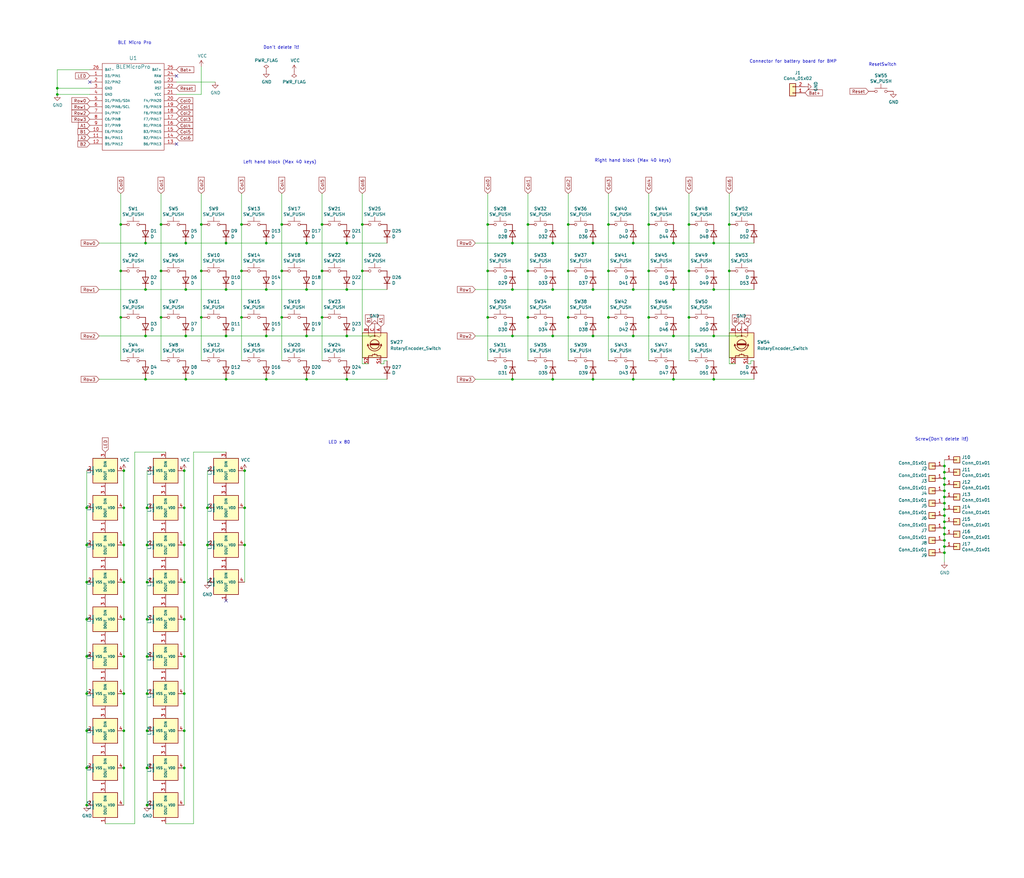
<source format=kicad_sch>
(kicad_sch (version 20211123) (generator eeschema)
  (paper "User" 419.989 360.045)
  (junction (at 82.55 111.125))
  (junction (at 387.35 211.455))
  (junction (at 35.56 254))
  (junction (at 66.04 130.175))
  (junction (at 292.735 137.795))
  (junction (at 50.8 193.04))
  (junction (at 60.325 284.48))
  (junction (at 35.56 269.24))
  (junction (at 23.495 36.195))
  (junction (at 60.325 223.52))
  (junction (at 216.535 111.125))
  (junction (at 66.04 92.075))
  (junction (at 76.2 155.575))
  (junction (at 292.735 99.695))
  (junction (at 132.08 130.175))
  (junction (at 75.565 299.72))
  (junction (at 142.24 99.695))
  (junction (at 125.73 137.795))
  (junction (at 387.35 226.695))
  (junction (at 292.735 118.745))
  (junction (at 35.56 223.52))
  (junction (at 50.8 314.96))
  (junction (at 109.22 137.795))
  (junction (at 299.085 111.125))
  (junction (at 60.325 330.2))
  (junction (at 125.73 99.695))
  (junction (at 35.56 299.72))
  (junction (at 266.065 130.175))
  (junction (at 249.555 111.125))
  (junction (at 292.735 155.575))
  (junction (at 259.715 118.745))
  (junction (at 23.495 38.735))
  (junction (at 50.8 284.48))
  (junction (at 387.35 216.535))
  (junction (at 210.185 137.795))
  (junction (at 387.35 219.075))
  (junction (at 243.205 99.695))
  (junction (at 59.69 99.695))
  (junction (at 387.35 224.155))
  (junction (at 276.225 137.795))
  (junction (at 99.06 130.175))
  (junction (at 132.08 111.125))
  (junction (at 276.225 155.575))
  (junction (at 92.71 118.745))
  (junction (at 148.59 111.125))
  (junction (at 216.535 92.075))
  (junction (at 299.085 92.075))
  (junction (at 142.24 155.575))
  (junction (at 76.2 118.745))
  (junction (at 226.695 155.575))
  (junction (at 233.045 92.075))
  (junction (at 99.06 92.075))
  (junction (at 233.045 111.125))
  (junction (at 387.35 206.375))
  (junction (at 100.33 193.04))
  (junction (at 60.325 254))
  (junction (at 387.35 203.835))
  (junction (at 387.35 221.615))
  (junction (at 387.35 191.135))
  (junction (at 387.35 213.995))
  (junction (at 109.22 99.695))
  (junction (at 282.575 92.075))
  (junction (at 387.35 196.215))
  (junction (at 109.22 155.575))
  (junction (at 249.555 92.075))
  (junction (at 387.35 198.755))
  (junction (at 243.205 118.745))
  (junction (at 35.56 238.76))
  (junction (at 85.09 208.28))
  (junction (at 266.065 92.075))
  (junction (at 276.225 118.745))
  (junction (at 75.565 284.48))
  (junction (at 200.025 130.175))
  (junction (at 50.8 223.52))
  (junction (at 50.8 208.28))
  (junction (at 75.565 193.04))
  (junction (at 59.69 155.575))
  (junction (at 282.575 111.125))
  (junction (at 125.73 118.745))
  (junction (at 259.715 137.795))
  (junction (at 266.065 111.125))
  (junction (at 109.22 118.745))
  (junction (at 50.8 238.76))
  (junction (at 200.025 111.125))
  (junction (at 233.045 130.175))
  (junction (at 387.35 208.915))
  (junction (at 243.205 137.795))
  (junction (at 66.04 111.125))
  (junction (at 259.715 155.575))
  (junction (at 100.33 208.28))
  (junction (at 226.695 137.795))
  (junction (at 60.325 269.24))
  (junction (at 50.8 269.24))
  (junction (at 282.575 130.175))
  (junction (at 249.555 130.175))
  (junction (at 210.185 155.575))
  (junction (at 35.56 284.48))
  (junction (at 59.69 137.795))
  (junction (at 115.57 92.075))
  (junction (at 75.565 223.52))
  (junction (at 49.53 111.125))
  (junction (at 76.2 137.795))
  (junction (at 210.185 118.745))
  (junction (at 387.35 193.675))
  (junction (at 115.57 130.175))
  (junction (at 75.565 208.28))
  (junction (at 226.695 99.695))
  (junction (at 75.565 314.96))
  (junction (at 99.06 111.125))
  (junction (at 50.8 254))
  (junction (at 49.53 92.075))
  (junction (at 35.56 330.2))
  (junction (at 100.33 223.52))
  (junction (at 92.71 99.695))
  (junction (at 276.225 99.695))
  (junction (at 82.55 130.175))
  (junction (at 200.025 92.075))
  (junction (at 82.55 92.075))
  (junction (at 125.73 155.575))
  (junction (at 35.56 208.28))
  (junction (at 387.35 201.295))
  (junction (at 142.24 137.795))
  (junction (at 92.71 137.795))
  (junction (at 243.205 155.575))
  (junction (at 115.57 111.125))
  (junction (at 75.565 238.76))
  (junction (at 259.715 99.695))
  (junction (at 76.2 99.695))
  (junction (at 75.565 254))
  (junction (at 210.185 99.695))
  (junction (at 148.59 92.075))
  (junction (at 35.56 314.96))
  (junction (at 60.325 314.96))
  (junction (at 226.695 118.745))
  (junction (at 92.71 155.575))
  (junction (at 59.69 118.745))
  (junction (at 60.325 299.72))
  (junction (at 142.24 118.745))
  (junction (at 75.565 269.24))
  (junction (at 60.325 238.76))
  (junction (at 216.535 130.175))
  (junction (at 132.08 92.075))
  (junction (at 50.8 299.72))
  (junction (at 49.53 130.175))
  (junction (at 60.325 208.28))
  (junction (at 85.09 223.52))
  (no_connect (at 72.39 59.055))
  (no_connect (at 92.71 246.38))
  (no_connect (at 72.39 31.115))
  (no_connect (at 36.83 33.655))
  (wire (pts (xy 82.55 92.075) (xy 82.55 111.125)))
  (wire (pts (xy 50.8 269.24) (xy 50.8 284.48)))
  (wire (pts (xy 125.73 99.695) (xy 142.24 99.695)))
  (wire (pts (xy 67.945 337.82) (xy 79.375 337.82)))
  (wire (pts (xy 243.205 99.695) (xy 259.715 99.695)))
  (wire (pts (xy 35.56 193.04) (xy 35.56 208.28)))
  (wire (pts (xy 82.55 38.735) (xy 82.55 27.305)))
  (wire (pts (xy 142.24 155.575) (xy 158.75 155.575)))
  (wire (pts (xy 59.69 99.695) (xy 76.2 99.695)))
  (wire (pts (xy 75.565 254) (xy 75.565 269.24)))
  (wire (pts (xy 200.025 130.175) (xy 200.025 147.955)))
  (wire (pts (xy 157.48 147.955) (xy 158.75 147.955)))
  (wire (pts (xy 60.325 208.28) (xy 60.325 223.52)))
  (wire (pts (xy 306.705 149.225) (xy 307.975 149.225)))
  (wire (pts (xy 35.56 254) (xy 35.56 269.24)))
  (wire (pts (xy 249.555 79.375) (xy 249.555 92.075)))
  (wire (pts (xy 55.245 185.42) (xy 67.945 185.42)))
  (wire (pts (xy 125.73 137.795) (xy 142.24 137.795)))
  (wire (pts (xy 79.375 185.42) (xy 92.71 185.42)))
  (wire (pts (xy 72.39 38.735) (xy 82.55 38.735)))
  (wire (pts (xy 233.045 130.175) (xy 233.045 147.955)))
  (wire (pts (xy 75.565 208.28) (xy 75.565 223.52)))
  (wire (pts (xy 387.35 213.995) (xy 387.35 216.535)))
  (wire (pts (xy 59.69 155.575) (xy 40.64 155.575)))
  (wire (pts (xy 194.945 155.575) (xy 210.185 155.575)))
  (wire (pts (xy 266.065 92.075) (xy 266.065 111.125)))
  (wire (pts (xy 82.55 111.125) (xy 82.55 130.175)))
  (wire (pts (xy 249.555 92.075) (xy 249.555 111.125)))
  (wire (pts (xy 243.205 118.745) (xy 259.715 118.745)))
  (wire (pts (xy 109.22 118.745) (xy 125.73 118.745)))
  (wire (pts (xy 387.35 216.535) (xy 387.35 219.075)))
  (wire (pts (xy 49.53 111.125) (xy 49.53 130.175)))
  (wire (pts (xy 282.575 79.375) (xy 282.575 92.075)))
  (wire (pts (xy 148.59 111.125) (xy 148.59 149.225)))
  (wire (pts (xy 387.35 206.375) (xy 387.35 208.915)))
  (wire (pts (xy 142.24 99.695) (xy 158.75 99.695)))
  (wire (pts (xy 226.695 155.575) (xy 243.205 155.575)))
  (wire (pts (xy 282.575 130.175) (xy 282.575 147.955)))
  (wire (pts (xy 243.205 137.795) (xy 259.715 137.795)))
  (wire (pts (xy 75.565 284.48) (xy 75.565 299.72)))
  (wire (pts (xy 36.83 36.195) (xy 23.495 36.195)))
  (wire (pts (xy 210.185 118.745) (xy 226.695 118.745)))
  (wire (pts (xy 210.185 137.795) (xy 226.695 137.795)))
  (wire (pts (xy 115.57 130.175) (xy 115.57 147.955)))
  (wire (pts (xy 66.04 111.125) (xy 66.04 130.175)))
  (wire (pts (xy 50.8 299.72) (xy 50.8 314.96)))
  (wire (pts (xy 75.565 193.04) (xy 75.565 208.28)))
  (wire (pts (xy 35.56 314.96) (xy 35.56 330.2)))
  (wire (pts (xy 194.945 137.795) (xy 210.185 137.795)))
  (wire (pts (xy 157.48 147.955) (xy 157.48 149.225)))
  (wire (pts (xy 109.22 99.695) (xy 125.73 99.695)))
  (wire (pts (xy 99.06 130.175) (xy 99.06 147.955)))
  (wire (pts (xy 59.69 137.795) (xy 76.2 137.795)))
  (wire (pts (xy 50.8 223.52) (xy 50.8 238.76)))
  (wire (pts (xy 82.55 130.175) (xy 82.55 147.955)))
  (wire (pts (xy 216.535 79.375) (xy 216.535 92.075)))
  (wire (pts (xy 85.09 208.28) (xy 85.09 223.52)))
  (wire (pts (xy 148.59 149.225) (xy 151.13 149.225)))
  (wire (pts (xy 216.535 92.075) (xy 216.535 111.125)))
  (wire (pts (xy 259.715 137.795) (xy 276.225 137.795)))
  (wire (pts (xy 142.24 118.745) (xy 158.75 118.745)))
  (wire (pts (xy 249.555 130.175) (xy 249.555 147.955)))
  (wire (pts (xy 210.185 99.695) (xy 226.695 99.695)))
  (wire (pts (xy 35.56 269.24) (xy 35.56 284.48)))
  (wire (pts (xy 23.495 36.195) (xy 23.495 38.735)))
  (wire (pts (xy 216.535 130.175) (xy 216.535 147.955)))
  (wire (pts (xy 60.325 314.96) (xy 60.325 330.2)))
  (wire (pts (xy 276.225 118.745) (xy 292.735 118.745)))
  (wire (pts (xy 92.71 155.575) (xy 109.22 155.575)))
  (wire (pts (xy 226.695 118.745) (xy 243.205 118.745)))
  (wire (pts (xy 100.33 193.04) (xy 100.33 208.28)))
  (wire (pts (xy 157.48 149.225) (xy 156.21 149.225)))
  (wire (pts (xy 23.495 28.575) (xy 23.495 36.195)))
  (wire (pts (xy 49.53 130.175) (xy 49.53 147.955)))
  (wire (pts (xy 60.325 299.72) (xy 60.325 314.96)))
  (wire (pts (xy 50.8 193.04) (xy 50.8 208.28)))
  (wire (pts (xy 36.83 28.575) (xy 23.495 28.575)))
  (wire (pts (xy 387.35 219.075) (xy 387.35 221.615)))
  (wire (pts (xy 60.325 284.48) (xy 60.325 299.72)))
  (wire (pts (xy 82.55 79.375) (xy 82.55 92.075)))
  (wire (pts (xy 66.04 92.075) (xy 66.04 111.125)))
  (wire (pts (xy 59.69 137.795) (xy 40.64 137.795)))
  (wire (pts (xy 387.35 226.695) (xy 387.35 230.505)))
  (wire (pts (xy 226.695 99.695) (xy 243.205 99.695)))
  (wire (pts (xy 276.225 137.795) (xy 292.735 137.795)))
  (wire (pts (xy 292.735 118.745) (xy 309.245 118.745)))
  (wire (pts (xy 148.59 79.375) (xy 148.59 92.075)))
  (wire (pts (xy 75.565 223.52) (xy 75.565 238.76)))
  (wire (pts (xy 35.56 223.52) (xy 35.56 238.76)))
  (wire (pts (xy 259.715 99.695) (xy 276.225 99.695)))
  (wire (pts (xy 200.025 79.375) (xy 200.025 92.075)))
  (wire (pts (xy 75.565 314.96) (xy 75.565 330.2)))
  (wire (pts (xy 49.53 79.375) (xy 49.53 92.075)))
  (wire (pts (xy 85.09 193.04) (xy 85.09 208.28)))
  (wire (pts (xy 282.575 111.125) (xy 282.575 130.175)))
  (wire (pts (xy 60.325 238.76) (xy 60.325 254)))
  (wire (pts (xy 200.025 111.125) (xy 200.025 130.175)))
  (wire (pts (xy 387.35 221.615) (xy 387.35 224.155)))
  (wire (pts (xy 243.205 155.575) (xy 259.715 155.575)))
  (wire (pts (xy 50.8 208.28) (xy 50.8 223.52)))
  (wire (pts (xy 35.56 299.72) (xy 35.56 314.96)))
  (wire (pts (xy 76.2 99.695) (xy 92.71 99.695)))
  (wire (pts (xy 55.245 337.82) (xy 55.245 185.42)))
  (wire (pts (xy 387.35 193.675) (xy 387.35 196.215)))
  (wire (pts (xy 76.2 155.575) (xy 92.71 155.575)))
  (wire (pts (xy 99.06 111.125) (xy 99.06 130.175)))
  (wire (pts (xy 299.085 79.375) (xy 299.085 92.075)))
  (wire (pts (xy 148.59 92.075) (xy 148.59 111.125)))
  (wire (pts (xy 292.735 99.695) (xy 309.245 99.695)))
  (wire (pts (xy 92.71 137.795) (xy 109.22 137.795)))
  (wire (pts (xy 115.57 111.125) (xy 115.57 130.175)))
  (wire (pts (xy 233.045 79.375) (xy 233.045 92.075)))
  (wire (pts (xy 132.08 92.075) (xy 132.08 111.125)))
  (wire (pts (xy 387.35 198.755) (xy 387.35 201.295)))
  (wire (pts (xy 387.35 201.295) (xy 387.35 203.835)))
  (wire (pts (xy 299.085 149.225) (xy 301.625 149.225)))
  (wire (pts (xy 299.085 111.125) (xy 299.085 149.225)))
  (wire (pts (xy 115.57 79.375) (xy 115.57 92.075)))
  (wire (pts (xy 387.35 224.155) (xy 387.35 226.695)))
  (wire (pts (xy 233.045 111.125) (xy 233.045 130.175)))
  (wire (pts (xy 266.065 130.175) (xy 266.065 147.955)))
  (wire (pts (xy 60.325 254) (xy 60.325 269.24)))
  (wire (pts (xy 50.8 238.76) (xy 50.8 254)))
  (wire (pts (xy 307.975 149.225) (xy 307.975 147.955)))
  (wire (pts (xy 299.085 92.075) (xy 299.085 111.125)))
  (wire (pts (xy 109.22 137.795) (xy 125.73 137.795)))
  (wire (pts (xy 85.09 223.52) (xy 85.09 238.76)))
  (wire (pts (xy 115.57 92.075) (xy 115.57 111.125)))
  (wire (pts (xy 88.265 33.655) (xy 72.39 33.655)))
  (wire (pts (xy 276.225 99.695) (xy 292.735 99.695)))
  (wire (pts (xy 125.73 118.745) (xy 142.24 118.745)))
  (wire (pts (xy 59.69 155.575) (xy 76.2 155.575)))
  (wire (pts (xy 142.24 137.795) (xy 153.67 137.795)))
  (wire (pts (xy 60.325 193.04) (xy 60.325 208.28)))
  (wire (pts (xy 387.35 203.835) (xy 387.35 206.375)))
  (wire (pts (xy 387.35 191.135) (xy 387.35 193.675)))
  (wire (pts (xy 210.185 155.575) (xy 226.695 155.575)))
  (wire (pts (xy 387.35 208.915) (xy 387.35 211.455)))
  (wire (pts (xy 292.735 155.575) (xy 309.245 155.575)))
  (wire (pts (xy 249.555 111.125) (xy 249.555 130.175)))
  (wire (pts (xy 387.35 211.455) (xy 387.35 213.995)))
  (wire (pts (xy 100.33 208.28) (xy 100.33 223.52)))
  (wire (pts (xy 387.35 188.595) (xy 387.35 191.135)))
  (wire (pts (xy 109.22 155.575) (xy 125.73 155.575)))
  (wire (pts (xy 43.18 337.82) (xy 55.245 337.82)))
  (wire (pts (xy 125.73 155.575) (xy 142.24 155.575)))
  (wire (pts (xy 35.56 284.48) (xy 35.56 299.72)))
  (wire (pts (xy 194.945 99.695) (xy 210.185 99.695)))
  (wire (pts (xy 259.715 155.575) (xy 276.225 155.575)))
  (wire (pts (xy 66.04 130.175) (xy 66.04 147.955)))
  (wire (pts (xy 79.375 337.82) (xy 79.375 185.42)))
  (wire (pts (xy 36.83 38.735) (xy 23.495 38.735)))
  (wire (pts (xy 216.535 111.125) (xy 216.535 130.175)))
  (wire (pts (xy 59.69 118.745) (xy 76.2 118.745)))
  (wire (pts (xy 99.06 79.375) (xy 99.06 92.075)))
  (wire (pts (xy 92.71 118.745) (xy 109.22 118.745)))
  (wire (pts (xy 194.945 118.745) (xy 210.185 118.745)))
  (wire (pts (xy 50.8 314.96) (xy 50.8 330.2)))
  (wire (pts (xy 132.08 130.175) (xy 132.08 147.955)))
  (wire (pts (xy 75.565 299.72) (xy 75.565 314.96)))
  (wire (pts (xy 75.565 238.76) (xy 75.565 254)))
  (wire (pts (xy 292.735 137.795) (xy 304.165 137.795)))
  (wire (pts (xy 387.35 196.215) (xy 387.35 198.755)))
  (wire (pts (xy 59.69 99.695) (xy 40.64 99.695)))
  (wire (pts (xy 276.225 155.575) (xy 292.735 155.575)))
  (wire (pts (xy 35.56 238.76) (xy 35.56 254)))
  (wire (pts (xy 307.975 147.955) (xy 309.245 147.955)))
  (wire (pts (xy 226.695 137.795) (xy 243.205 137.795)))
  (wire (pts (xy 59.69 118.745) (xy 40.64 118.745)))
  (wire (pts (xy 50.8 284.48) (xy 50.8 299.72)))
  (wire (pts (xy 66.04 79.375) (xy 66.04 92.075)))
  (wire (pts (xy 99.06 92.075) (xy 99.06 111.125)))
  (wire (pts (xy 75.565 269.24) (xy 75.565 284.48)))
  (wire (pts (xy 49.53 92.075) (xy 49.53 111.125)))
  (wire (pts (xy 266.065 111.125) (xy 266.065 130.175)))
  (wire (pts (xy 132.08 111.125) (xy 132.08 130.175)))
  (wire (pts (xy 60.325 223.52) (xy 60.325 238.76)))
  (wire (pts (xy 76.2 137.795) (xy 92.71 137.795)))
  (wire (pts (xy 132.08 79.375) (xy 132.08 92.075)))
  (wire (pts (xy 50.8 254) (xy 50.8 269.24)))
  (wire (pts (xy 60.325 269.24) (xy 60.325 284.48)))
  (wire (pts (xy 259.715 118.745) (xy 276.225 118.745)))
  (wire (pts (xy 35.56 208.28) (xy 35.56 223.52)))
  (wire (pts (xy 200.025 92.075) (xy 200.025 111.125)))
  (wire (pts (xy 282.575 92.075) (xy 282.575 111.125)))
  (wire (pts (xy 266.065 79.375) (xy 266.065 92.075)))
  (wire (pts (xy 233.045 92.075) (xy 233.045 111.125)))
  (wire (pts (xy 92.71 99.695) (xy 109.22 99.695)))
  (wire (pts (xy 100.33 223.52) (xy 100.33 238.76)))
  (wire (pts (xy 76.2 118.745) (xy 92.71 118.745)))
  (text "Connector for battery board for BMP" (at 307.34 26.035 0) (effects (font (size 1.27 1.27)) (justify left bottom)))
  (text "LED x 80" (at 134.62 182.245 0) (effects (font (size 1.27 1.27)) (justify left bottom)))
  (text "BLE Micro Pro" (at 48.26 18.415 0) (effects (font (size 1.27 1.27)) (justify left bottom)))
  (text "ResetSwitch" (at 356.235 27.305 0) (effects (font (size 1.27 1.27)) (justify left bottom)))
  (text "Don't delete it!" (at 107.95 20.32 0) (effects (font (size 1.27 1.27)) (justify left bottom)))
  (text "Left hand block (Max 40 keys)" (at 99.695 67.31 0) (effects (font (size 1.27 1.27)) (justify left bottom)))
  (text "Right hand block (Max 40 keys)" (at 243.84 66.675 0) (effects (font (size 1.27 1.27)) (justify left bottom)))
  (text "Screw(Don't delete it!)" (at 375.285 180.975 0) (effects (font (size 1.27 1.27)) (justify left bottom)))
  (global_label "B1" (shape input) (at 36.83 53.975 180) (property "Intersheet References" "${INTERSHEET_REFS}" (effects hide)))
  (global_label "Col2" (shape input) (at 72.39 46.355 0) (property "Intersheet References" "${INTERSHEET_REFS}" (effects hide)))
  (global_label "Col4" (shape input) (at 115.57 79.375 90) (property "Intersheet References" "${INTERSHEET_REFS}" (effects hide)))
  (global_label "Row1" (shape input) (at 194.945 118.745 180) (property "Intersheet References" "${INTERSHEET_REFS}" (effects hide)))
  (global_label "Row2" (shape input) (at 194.945 137.795 180) (property "Intersheet References" "${INTERSHEET_REFS}" (effects hide)))
  (global_label "Col3" (shape input) (at 72.39 48.895 0) (property "Intersheet References" "${INTERSHEET_REFS}" (effects hide)))
  (global_label "Col0" (shape input) (at 49.53 79.375 90) (property "Intersheet References" "${INTERSHEET_REFS}" (effects hide)))
  (global_label "Col5" (shape input) (at 72.39 53.975 0) (property "Intersheet References" "${INTERSHEET_REFS}" (effects hide)))
  (global_label "Reset" (shape input) (at 72.39 36.195 0) (property "Intersheet References" "${INTERSHEET_REFS}" (effects hide)))
  (global_label "A2" (shape input) (at 306.705 133.985 90) (property "Intersheet References" "${INTERSHEET_REFS}" (effects hide)))
  (global_label "Col0" (shape input) (at 72.39 41.275 0) (property "Intersheet References" "${INTERSHEET_REFS}" (effects hide)))
  (global_label "A1" (shape input) (at 36.83 51.435 180) (property "Intersheet References" "${INTERSHEET_REFS}" (effects hide)))
  (global_label "A1" (shape input) (at 156.21 133.985 90) (property "Intersheet References" "${INTERSHEET_REFS}" (effects hide)))
  (global_label "A2" (shape input) (at 36.83 56.515 180) (property "Intersheet References" "${INTERSHEET_REFS}" (effects hide)))
  (global_label "Row2" (shape input) (at 40.64 137.795 180) (property "Intersheet References" "${INTERSHEET_REFS}" (effects hide)))
  (global_label "Reset" (shape input) (at 356.235 37.465 180) (property "Intersheet References" "${INTERSHEET_REFS}" (effects hide)))
  (global_label "B1" (shape input) (at 151.13 133.985 90) (property "Intersheet References" "${INTERSHEET_REFS}" (effects hide)))
  (global_label "Col5" (shape input) (at 282.575 79.375 90) (property "Intersheet References" "${INTERSHEET_REFS}" (effects hide)))
  (global_label "Col2" (shape input) (at 82.55 79.375 90) (property "Intersheet References" "${INTERSHEET_REFS}" (effects hide)))
  (global_label "Col6" (shape input) (at 72.39 56.515 0) (property "Intersheet References" "${INTERSHEET_REFS}" (effects hide)))
  (global_label "Col5" (shape input) (at 132.08 79.375 90) (property "Intersheet References" "${INTERSHEET_REFS}" (effects hide)))
  (global_label "Col1" (shape input) (at 66.04 79.375 90) (property "Intersheet References" "${INTERSHEET_REFS}" (effects hide)))
  (global_label "Row3" (shape input) (at 194.945 155.575 180) (property "Intersheet References" "${INTERSHEET_REFS}" (effects hide)))
  (global_label "Col0" (shape input) (at 200.025 79.375 90) (property "Intersheet References" "${INTERSHEET_REFS}" (effects hide)))
  (global_label "Row0" (shape input) (at 194.945 99.695 180) (property "Intersheet References" "${INTERSHEET_REFS}" (effects hide)))
  (global_label "Row0" (shape input) (at 36.83 41.275 180) (property "Intersheet References" "${INTERSHEET_REFS}" (effects hide)))
  (global_label "Col4" (shape input) (at 266.065 79.375 90) (property "Intersheet References" "${INTERSHEET_REFS}" (effects hide)))
  (global_label "Bat+" (shape input) (at 72.39 28.575 0) (property "Intersheet References" "${INTERSHEET_REFS}" (effects hide)))
  (global_label "LED" (shape input) (at 36.83 31.115 180) (property "Intersheet References" "${INTERSHEET_REFS}" (effects hide)))
  (global_label "Row3" (shape input) (at 36.83 48.895 180) (property "Intersheet References" "${INTERSHEET_REFS}" (effects hide)))
  (global_label "Col3" (shape input) (at 99.06 79.375 90) (property "Intersheet References" "${INTERSHEET_REFS}" (effects hide)))
  (global_label "B2" (shape input) (at 301.625 133.985 90) (property "Intersheet References" "${INTERSHEET_REFS}" (effects hide)))
  (global_label "Col4" (shape input) (at 72.39 51.435 0) (property "Intersheet References" "${INTERSHEET_REFS}" (effects hide)))
  (global_label "Row1" (shape input) (at 36.83 43.815 180) (property "Intersheet References" "${INTERSHEET_REFS}" (effects hide)))
  (global_label "LED" (shape input) (at 43.18 185.42 90) (property "Intersheet References" "${INTERSHEET_REFS}" (effects hide)))
  (global_label "Col1" (shape input) (at 216.535 79.375 90) (property "Intersheet References" "${INTERSHEET_REFS}" (effects hide)))
  (global_label "Row0" (shape input) (at 40.64 99.695 180) (property "Intersheet References" "${INTERSHEET_REFS}" (effects hide)))
  (global_label "Bat+" (shape input) (at 330.2 38.1 0) (property "Intersheet References" "${INTERSHEET_REFS}" (effects hide)))
  (global_label "Col2" (shape input) (at 233.045 79.375 90) (property "Intersheet References" "${INTERSHEET_REFS}" (effects hide)))
  (global_label "Row3" (shape input) (at 40.64 155.575 180) (property "Intersheet References" "${INTERSHEET_REFS}" (effects hide)))
  (global_label "Row2" (shape input) (at 36.83 46.355 180) (property "Intersheet References" "${INTERSHEET_REFS}" (effects hide)))
  (global_label "B2" (shape input) (at 36.83 59.055 180) (property "Intersheet References" "${INTERSHEET_REFS}" (effects hide)))
  (global_label "Col1" (shape input) (at 72.39 43.815 0) (property "Intersheet References" "${INTERSHEET_REFS}" (effects hide)))
  (global_label "Col6" (shape input) (at 148.59 79.375 90) (property "Intersheet References" "${INTERSHEET_REFS}" (effects hide)))
  (global_label "Col6" (shape input) (at 299.085 79.375 90) (property "Intersheet References" "${INTERSHEET_REFS}" (effects hide)))
  (global_label "Row1" (shape input) (at 40.64 118.745 180) (property "Intersheet References" "${INTERSHEET_REFS}" (effects hide)))
  (global_label "Col3" (shape input) (at 249.555 79.375 90) (property "Intersheet References" "${INTERSHEET_REFS}" (effects hide)))
  (symbol (lib_id "power:PWR_FLAG") (at 109.22 29.21 0) (unit 1)
    (property "Reference" "#FLG01" (effects hide))
    (property "Value" "PWR_FLAG" (at 109.22 24.7904 0))
  )
  (symbol (lib_id "power:PWR_FLAG") (at 120.65 29.21 180) (unit 1)
    (property "Reference" "#FLG02" (effects hide))
    (property "Value" "PWR_FLAG" (at 120.65 33.6042 0))
  )
  (symbol (lib_id "power:GND") (at 109.22 29.21 0) (unit 1)
    (property "Reference" "#PWR010" (effects hide))
    (property "Value" "GND" (at 109.347 33.6042 0))
  )
  (symbol (lib_id "power:VCC") (at 120.65 29.21 0) (unit 1)
    (property "Reference" "#PWR011" (effects hide))
    (property "Value" "VCC" (at 121.0818 24.8158 0))
  )
  (symbol (lib_id "Salicylic_kbd:Micon_BLEMicroPro") (at 54.61 50.165 0) (unit 1)
    (property "Reference" "U1" (at 54.61 23.8252 0) (effects (font (size 1.524 1.524))))
    (property "Value" "BLEMicroPro" (at 54.61 26.5176 0) (effects (font (size 1.524 1.524)) (justify top)))
    (property "Footprint" "kbd_Parts:Micon_BMP_GL" (effects hide))
  )
  (symbol (lib_id "power:GND") (at 88.265 33.655 0) (unit 1)
    (property "Reference" "#PWR08" (effects hide))
    (property "Value" "GND" (at 88.392 38.0492 0))
  )
  (symbol (lib_id "power:VCC") (at 82.55 27.305 0) (unit 1)
    (property "Reference" "#PWR06" (effects hide))
    (property "Value" "VCC" (at 82.9818 22.9108 0))
  )
  (symbol (lib_id "power:GND") (at 23.495 38.735 0) (unit 1)
    (property "Reference" "#PWR01" (effects hide))
    (property "Value" "GND" (at 23.622 43.1292 0))
  )
  (symbol (lib_id "Switch:SW_Push") (at 71.12 92.075 0) (unit 1)
    (property "Reference" "SW5" (at 71.12 85.598 0))
    (property "Value" "SW_PUSH" (at 71.12 87.9094 0))
    (property "Footprint" "kbd_SW:CherryMX_Hotswap_1.0u" (effects hide))
  )
  (symbol (lib_id "Switch:SW_Push") (at 54.61 92.075 0) (unit 1)
    (property "Reference" "SW1" (at 54.61 85.598 0))
    (property "Value" "SW_PUSH" (at 54.61 87.9094 0))
    (property "Footprint" "kbd_SW:CherryMX_Hotswap_1.0u" (effects hide))
  )
  (symbol (lib_id "Switch:SW_Push") (at 54.61 111.125 0) (unit 1)
    (property "Reference" "SW2" (at 54.61 104.648 0))
    (property "Value" "SW_PUSH" (at 54.61 106.9594 0))
    (property "Footprint" "kbd_SW:CherryMX_Hotswap_1.0u" (effects hide))
  )
  (symbol (lib_id "Switch:SW_Push") (at 71.12 111.125 0) (unit 1)
    (property "Reference" "SW6" (at 71.12 104.648 0))
    (property "Value" "SW_PUSH" (at 71.12 106.9594 0))
    (property "Footprint" "kbd_SW:CherryMX_Hotswap_1.0u" (effects hide))
  )
  (symbol (lib_id "Device:D") (at 59.69 95.885 90) (unit 1)
    (property "Reference" "D1" (at 61.6966 94.7166 90) (effects (justify right)))
    (property "Value" "D" (at 61.6966 97.028 90) (effects (justify right)))
    (property "Footprint" "kbd_Parts:Diode_SMD" (effects hide))
  )
  (symbol (lib_id "Device:D") (at 76.2 95.885 90) (unit 1)
    (property "Reference" "D5" (at 78.2066 94.7166 90) (effects (justify right)))
    (property "Value" "D" (at 78.2066 97.028 90) (effects (justify right)))
    (property "Footprint" "kbd_Parts:Diode_SMD" (effects hide))
  )
  (symbol (lib_id "Device:D") (at 76.2 114.935 90) (unit 1)
    (property "Reference" "D6" (at 78.2066 113.7666 90) (effects (justify right)))
    (property "Value" "D" (at 78.2066 116.078 90) (effects (justify right)))
    (property "Footprint" "kbd_Parts:Diode_SMD" (effects hide))
  )
  (symbol (lib_id "Device:D") (at 59.69 114.935 90) (unit 1)
    (property "Reference" "D2" (at 61.6966 113.7666 90) (effects (justify right)))
    (property "Value" "D" (at 61.6966 116.078 90) (effects (justify right)))
    (property "Footprint" "kbd_Parts:Diode_SMD" (effects hide))
  )
  (symbol (lib_id "Switch:SW_Push") (at 361.315 37.465 0) (unit 1)
    (property "Reference" "SW55" (at 361.315 30.988 0))
    (property "Value" "SW_PUSH" (at 361.315 33.2994 0))
    (property "Footprint" "kbd_Parts:ResetSW" (effects hide))
  )
  (symbol (lib_id "power:GND") (at 366.395 37.465 0) (unit 1)
    (property "Reference" "#PWR015" (effects hide))
    (property "Value" "GND" (at 366.522 41.8592 0))
  )
  (symbol (lib_id "Switch:SW_Push") (at 104.14 92.075 0) (unit 1)
    (property "Reference" "SW13" (at 104.14 85.598 0))
    (property "Value" "SW_PUSH" (at 104.14 87.9094 0))
    (property "Footprint" "kbd_SW:CherryMX_Hotswap_1.0u" (effects hide))
  )
  (symbol (lib_id "Switch:SW_Push") (at 120.65 92.075 0) (unit 1)
    (property "Reference" "SW17" (at 120.65 85.598 0))
    (property "Value" "SW_PUSH" (at 120.65 87.9094 0))
    (property "Footprint" "kbd_SW:CherryMX_Hotswap_1.0u" (effects hide))
  )
  (symbol (lib_id "Switch:SW_Push") (at 137.16 92.075 0) (unit 1)
    (property "Reference" "SW21" (at 137.16 85.598 0))
    (property "Value" "SW_PUSH" (at 137.16 87.9094 0))
    (property "Footprint" "kbd_SW:CherryMX_Hotswap_1.0u" (effects hide))
  )
  (symbol (lib_id "Switch:SW_Push") (at 87.63 92.075 0) (unit 1)
    (property "Reference" "SW9" (at 87.63 85.598 0))
    (property "Value" "SW_PUSH" (at 87.63 87.9094 0))
    (property "Footprint" "kbd_SW:CherryMX_Hotswap_1.0u" (effects hide))
  )
  (symbol (lib_id "Switch:SW_Push") (at 104.14 130.175 0) (unit 1)
    (property "Reference" "SW15" (at 104.14 123.698 0))
    (property "Value" "SW_PUSH" (at 104.14 126.0094 0))
    (property "Footprint" "kbd_SW:CherryMX_Hotswap_1.0u" (effects hide))
  )
  (symbol (lib_id "Switch:SW_Push") (at 104.14 111.125 0) (unit 1)
    (property "Reference" "SW14" (at 104.14 104.648 0))
    (property "Value" "SW_PUSH" (at 104.14 106.9594 0))
    (property "Footprint" "kbd_SW:CherryMX_Hotswap_1.0u" (effects hide))
  )
  (symbol (lib_id "Switch:SW_Push") (at 120.65 111.125 0) (unit 1)
    (property "Reference" "SW18" (at 120.65 104.648 0))
    (property "Value" "SW_PUSH" (at 120.65 106.9594 0))
    (property "Footprint" "kbd_SW:CherryMX_Hotswap_1.0u" (effects hide))
  )
  (symbol (lib_id "Switch:SW_Push") (at 137.16 111.125 0) (unit 1)
    (property "Reference" "SW22" (at 137.16 104.648 0))
    (property "Value" "SW_PUSH" (at 137.16 106.9594 0))
    (property "Footprint" "kbd_SW:CherryMX_Hotswap_1.0u" (effects hide))
  )
  (symbol (lib_id "Switch:SW_Push") (at 87.63 111.125 0) (unit 1)
    (property "Reference" "SW10" (at 87.63 104.648 0))
    (property "Value" "SW_PUSH" (at 87.63 106.9594 0))
    (property "Footprint" "kbd_SW:CherryMX_Hotswap_1.0u" (effects hide))
  )
  (symbol (lib_id "Switch:SW_Push") (at 54.61 130.175 0) (unit 1)
    (property "Reference" "SW3" (at 54.61 123.698 0))
    (property "Value" "SW_PUSH" (at 54.61 126.0094 0))
    (property "Footprint" "kbd_SW:CherryMX_Hotswap_1.0u" (effects hide))
  )
  (symbol (lib_id "Switch:SW_Push") (at 54.61 147.955 0) (unit 1)
    (property "Reference" "SW4" (at 54.61 141.478 0))
    (property "Value" "SW_PUSH" (at 54.61 143.7894 0))
    (property "Footprint" "kbd_SW:CherryMX_Hotswap_1.0u" (effects hide))
  )
  (symbol (lib_id "Switch:SW_Push") (at 71.12 130.175 0) (unit 1)
    (property "Reference" "SW7" (at 71.12 123.698 0))
    (property "Value" "SW_PUSH" (at 71.12 126.0094 0))
    (property "Footprint" "kbd_SW:CherryMX_Hotswap_1.0u" (effects hide))
  )
  (symbol (lib_id "Switch:SW_Push") (at 71.12 147.955 0) (unit 1)
    (property "Reference" "SW8" (at 71.12 141.478 0))
    (property "Value" "SW_PUSH" (at 71.12 143.7894 0))
    (property "Footprint" "kbd_SW:CherryMX_Hotswap_1.0u" (effects hide))
  )
  (symbol (lib_id "Switch:SW_Push") (at 87.63 130.175 0) (unit 1)
    (property "Reference" "SW11" (at 87.63 123.698 0))
    (property "Value" "SW_PUSH" (at 87.63 126.0094 0))
    (property "Footprint" "kbd_SW:CherryMX_Hotswap_1.0u" (effects hide))
  )
  (symbol (lib_id "Switch:SW_Push") (at 104.14 147.955 0) (unit 1)
    (property "Reference" "SW16" (at 104.14 141.478 0))
    (property "Value" "SW_PUSH" (at 104.14 143.7894 0))
    (property "Footprint" "kbd_SW:CherryMX_Hotswap_1.0u" (effects hide))
  )
  (symbol (lib_id "Switch:SW_Push") (at 120.65 147.955 0) (unit 1)
    (property "Reference" "SW20" (at 120.65 141.478 0))
    (property "Value" "SW_PUSH" (at 120.65 143.7894 0))
    (property "Footprint" "kbd_SW:CherryMX_Hotswap_1.0u" (effects hide))
  )
  (symbol (lib_id "Switch:SW_Push") (at 137.16 147.955 0) (unit 1)
    (property "Reference" "SW24" (at 137.16 141.478 0))
    (property "Value" "SW_PUSH" (at 137.16 143.7894 0))
    (property "Footprint" "kbd_SW:CherryMX_Hotswap_1.0u" (effects hide))
  )
  (symbol (lib_id "Switch:SW_Push") (at 120.65 130.175 0) (unit 1)
    (property "Reference" "SW19" (at 120.65 123.698 0))
    (property "Value" "SW_PUSH" (at 120.65 126.0094 0))
    (property "Footprint" "kbd_SW:CherryMX_Hotswap_1.0u" (effects hide))
  )
  (symbol (lib_id "Switch:SW_Push") (at 137.16 130.175 0) (unit 1)
    (property "Reference" "SW23" (at 137.16 123.698 0))
    (property "Value" "SW_PUSH" (at 137.16 126.0094 0))
    (property "Footprint" "kbd_SW:CherryMX_Hotswap_1.0u" (effects hide))
  )
  (symbol (lib_id "Device:D") (at 92.71 95.885 90) (unit 1)
    (property "Reference" "D9" (at 94.7166 94.7166 90) (effects (justify right)))
    (property "Value" "D" (at 94.7166 97.028 90) (effects (justify right)))
    (property "Footprint" "kbd_Parts:Diode_SMD" (effects hide))
  )
  (symbol (lib_id "Device:D") (at 109.22 95.885 90) (unit 1)
    (property "Reference" "D13" (at 111.2266 94.7166 90) (effects (justify right)))
    (property "Value" "D" (at 111.2266 97.028 90) (effects (justify right)))
    (property "Footprint" "kbd_Parts:Diode_SMD" (effects hide))
  )
  (symbol (lib_id "Device:D") (at 125.73 95.885 90) (unit 1)
    (property "Reference" "D17" (at 127.7366 94.7166 90) (effects (justify right)))
    (property "Value" "D" (at 127.7366 97.028 90) (effects (justify right)))
    (property "Footprint" "kbd_Parts:Diode_SMD" (effects hide))
  )
  (symbol (lib_id "Device:D") (at 142.24 95.885 90) (unit 1)
    (property "Reference" "D21" (at 144.2466 94.7166 90) (effects (justify right)))
    (property "Value" "D" (at 144.2466 97.028 90) (effects (justify right)))
    (property "Footprint" "kbd_Parts:Diode_SMD" (effects hide))
  )
  (symbol (lib_id "Device:D") (at 142.24 114.935 90) (unit 1)
    (property "Reference" "D22" (at 144.2466 113.7666 90) (effects (justify right)))
    (property "Value" "D" (at 144.2466 116.078 90) (effects (justify right)))
    (property "Footprint" "kbd_Parts:Diode_SMD" (effects hide))
  )
  (symbol (lib_id "Device:D") (at 142.24 133.985 90) (unit 1)
    (property "Reference" "D23" (at 144.2466 132.8166 90) (effects (justify right)))
    (property "Value" "D" (at 144.2466 135.128 90) (effects (justify right)))
    (property "Footprint" "kbd_Parts:Diode_SMD" (effects hide))
  )
  (symbol (lib_id "Device:D") (at 142.24 151.765 90) (unit 1)
    (property "Reference" "D24" (at 144.2466 150.5966 90) (effects (justify right)))
    (property "Value" "D" (at 144.2466 152.908 90) (effects (justify right)))
    (property "Footprint" "kbd_Parts:Diode_SMD" (effects hide))
  )
  (symbol (lib_id "Device:D") (at 125.73 151.765 90) (unit 1)
    (property "Reference" "D20" (at 127.7366 150.5966 90) (effects (justify right)))
    (property "Value" "D" (at 127.7366 152.908 90) (effects (justify right)))
    (property "Footprint" "kbd_Parts:Diode_SMD" (effects hide))
  )
  (symbol (lib_id "Device:D") (at 125.73 133.985 90) (unit 1)
    (property "Reference" "D19" (at 127.7366 132.8166 90) (effects (justify right)))
    (property "Value" "D" (at 127.7366 135.128 90) (effects (justify right)))
    (property "Footprint" "kbd_Parts:Diode_SMD" (effects hide))
  )
  (symbol (lib_id "Device:D") (at 125.73 114.935 90) (unit 1)
    (property "Reference" "D18" (at 127.7366 113.7666 90) (effects (justify right)))
    (property "Value" "D" (at 127.7366 116.078 90) (effects (justify right)))
    (property "Footprint" "kbd_Parts:Diode_SMD" (effects hide))
  )
  (symbol (lib_id "Device:D") (at 109.22 114.935 90) (unit 1)
    (property "Reference" "D14" (at 111.2266 113.7666 90) (effects (justify right)))
    (property "Value" "D" (at 111.2266 116.078 90) (effects (justify right)))
    (property "Footprint" "kbd_Parts:Diode_SMD" (effects hide))
  )
  (symbol (lib_id "Device:D") (at 92.71 114.935 90) (unit 1)
    (property "Reference" "D10" (at 94.7166 113.7666 90) (effects (justify right)))
    (property "Value" "D" (at 94.7166 116.078 90) (effects (justify right)))
    (property "Footprint" "kbd_Parts:Diode_SMD" (effects hide))
  )
  (symbol (lib_id "Device:D") (at 92.71 133.985 90) (unit 1)
    (property "Reference" "D11" (at 94.7166 132.8166 90) (effects (justify right)))
    (property "Value" "D" (at 94.7166 135.128 90) (effects (justify right)))
    (property "Footprint" "kbd_Parts:Diode_SMD" (effects hide))
  )
  (symbol (lib_id "Device:D") (at 109.22 133.985 90) (unit 1)
    (property "Reference" "D15" (at 111.2266 132.8166 90) (effects (justify right)))
    (property "Value" "D" (at 111.2266 135.128 90) (effects (justify right)))
    (property "Footprint" "kbd_Parts:Diode_SMD" (effects hide))
  )
  (symbol (lib_id "Device:D") (at 109.22 151.765 90) (unit 1)
    (property "Reference" "D16" (at 111.2266 150.5966 90) (effects (justify right)))
    (property "Value" "D" (at 111.2266 152.908 90) (effects (justify right)))
    (property "Footprint" "kbd_Parts:Diode_SMD" (effects hide))
  )
  (symbol (lib_id "Device:D") (at 76.2 151.765 90) (unit 1)
    (property "Reference" "D8" (at 78.2066 150.5966 90) (effects (justify right)))
    (property "Value" "D" (at 78.2066 152.908 90) (effects (justify right)))
    (property "Footprint" "kbd_Parts:Diode_SMD" (effects hide))
  )
  (symbol (lib_id "Device:D") (at 76.2 133.985 90) (unit 1)
    (property "Reference" "D7" (at 78.2066 132.8166 90) (effects (justify right)))
    (property "Value" "D" (at 78.2066 135.128 90) (effects (justify right)))
    (property "Footprint" "kbd_Parts:Diode_SMD" (effects hide))
  )
  (symbol (lib_id "Device:D") (at 59.69 133.985 90) (unit 1)
    (property "Reference" "D3" (at 61.6966 132.8166 90) (effects (justify right)))
    (property "Value" "D" (at 61.6966 135.128 90) (effects (justify right)))
    (property "Footprint" "kbd_Parts:Diode_SMD" (effects hide))
  )
  (symbol (lib_id "Device:D") (at 59.69 151.765 90) (unit 1)
    (property "Reference" "D4" (at 61.6966 150.5966 90) (effects (justify right)))
    (property "Value" "D" (at 61.6966 152.908 90) (effects (justify right)))
    (property "Footprint" "kbd_Parts:Diode_SMD" (effects hide))
  )
  (symbol (lib_id "Salicylic_kbd:LED_SK6812MINI-E") (at 43.18 193.04 270) (unit 1)
    (property "Reference" "L1" (at 36.5252 193.04 0) (effects (font (size 1.2954 1.2954))))
    (property "Value" "SK6812MINI" (at 38.1762 193.04 0) (effects (font (size 0.4064 0.4064))))
    (property "Footprint" "kbd_Parts:LED_SK6812MINI-E_BL" (effects hide))
  )
  (symbol (lib_id "Salicylic_kbd:LED_SK6812MINI-E") (at 43.18 208.28 270) (unit 1)
    (property "Reference" "L2" (at 36.5252 208.28 0) (effects (font (size 1.2954 1.2954))))
    (property "Value" "SK6812MINI" (at 38.1762 208.28 0) (effects (font (size 0.4064 0.4064))))
    (property "Footprint" "kbd_Parts:LED_SK6812MINI-E_BL" (effects hide))
  )
  (symbol (lib_id "power:VCC") (at 50.8 193.04 0) (unit 1)
    (property "Reference" "#PWR03" (effects hide))
    (property "Value" "VCC" (at 51.2318 188.6458 0))
  )
  (symbol (lib_id "power:GND") (at 35.56 330.2 0) (unit 1)
    (property "Reference" "#PWR02" (effects hide))
    (property "Value" "GND" (at 35.687 334.5942 0))
  )
  (symbol (lib_id "power:GND") (at 330.2 35.56 90) (unit 1)
    (property "Reference" "#PWR014" (effects hide))
    (property "Value" "GND" (at 334.5942 35.433 0))
  )
  (symbol (lib_id "Salicylic_kbd:LED_SK6812MINI-E") (at 43.18 223.52 270) (unit 1)
    (property "Reference" "L3" (at 36.5252 223.52 0) (effects (font (size 1.2954 1.2954))))
    (property "Value" "SK6812MINI" (at 38.1762 223.52 0) (effects (font (size 0.4064 0.4064))))
    (property "Footprint" "kbd_Parts:LED_SK6812MINI-E_BL" (effects hide))
  )
  (symbol (lib_id "Salicylic_kbd:LED_SK6812MINI-E") (at 43.18 238.76 270) (unit 1)
    (property "Reference" "L4" (at 36.5252 238.76 0) (effects (font (size 1.2954 1.2954))))
    (property "Value" "SK6812MINI" (at 38.1762 238.76 0) (effects (font (size 0.4064 0.4064))))
    (property "Footprint" "kbd_Parts:LED_SK6812MINI-E_BL" (effects hide))
  )
  (symbol (lib_id "Salicylic_kbd:LED_SK6812MINI-E") (at 43.18 254 270) (unit 1)
    (property "Reference" "L5" (at 36.5252 254 0) (effects (font (size 1.2954 1.2954))))
    (property "Value" "SK6812MINI" (at 38.1762 254 0) (effects (font (size 0.4064 0.4064))))
    (property "Footprint" "kbd_Parts:LED_SK6812MINI-E_BL" (effects hide))
  )
  (symbol (lib_id "Salicylic_kbd:LED_SK6812MINI-E") (at 43.18 269.24 270) (unit 1)
    (property "Reference" "L6" (at 36.5252 269.24 0) (effects (font (size 1.2954 1.2954))))
    (property "Value" "SK6812MINI" (at 38.1762 269.24 0) (effects (font (size 0.4064 0.4064))))
    (property "Footprint" "kbd_Parts:LED_SK6812MINI-E_BL" (effects hide))
  )
  (symbol (lib_id "Connector_Generic:Conn_01x01") (at 392.43 208.915 0) (unit 1)
    (property "Reference" "J14" (at 394.462 207.8482 0) (effects (justify left)))
    (property "Value" "Conn_01x01" (at 394.462 210.1596 0) (effects (justify left)))
    (property "Footprint" "kbd_Hole:m2_Screw_Hole_Fab" (effects hide))
  )
  (symbol (lib_id "Connector_Generic:Conn_01x01") (at 382.27 211.455 180) (unit 1)
    (property "Reference" "J6" (at 380.238 212.5218 0) (effects (justify left)))
    (property "Value" "Conn_01x01" (at 380.238 210.2104 0) (effects (justify left)))
    (property "Footprint" "kbd_Hole:m2_Screw_Hole_EdgeCuts" (effects hide))
  )
  (symbol (lib_id "power:GND") (at 387.35 230.505 0) (unit 1)
    (property "Reference" "#PWR016" (effects hide))
    (property "Value" "GND" (at 387.477 234.8992 0))
  )
  (symbol (lib_id "Connector_Generic:Conn_01x01") (at 392.43 213.995 0) (unit 1)
    (property "Reference" "J15" (at 394.462 212.9282 0) (effects (justify left)))
    (property "Value" "Conn_01x01" (at 394.462 215.2396 0) (effects (justify left)))
    (property "Footprint" "kbd_Hole:m2_Screw_Hole_Fab" (effects hide))
  )
  (symbol (lib_id "Connector_Generic:Conn_01x01") (at 382.27 216.535 180) (unit 1)
    (property "Reference" "J7" (at 380.238 217.6018 0) (effects (justify left)))
    (property "Value" "Conn_01x01" (at 380.238 215.2904 0) (effects (justify left)))
    (property "Footprint" "kbd_Hole:m2_Screw_Hole_EdgeCuts" (effects hide))
  )
  (symbol (lib_id "Device:D") (at 92.71 151.765 90) (unit 1)
    (property "Reference" "D12" (at 94.7166 150.5966 90) (effects (justify right)))
    (property "Value" "D" (at 94.7166 152.908 90) (effects (justify right)))
    (property "Footprint" "kbd_Parts:Diode_SMD" (effects hide))
  )
  (symbol (lib_id "Switch:SW_Push") (at 87.63 147.955 0) (unit 1)
    (property "Reference" "SW12" (at 87.63 141.478 0))
    (property "Value" "SW_PUSH" (at 87.63 143.7894 0))
    (property "Footprint" "kbd_SW:CherryMX_Hotswap_1.0u" (effects hide))
  )
  (symbol (lib_id "Salicylic_kbd:LED_SK6812MINI-E") (at 43.18 284.48 270) (unit 1)
    (property "Reference" "L7" (at 36.5252 284.48 0) (effects (font (size 1.2954 1.2954))))
    (property "Value" "SK6812MINI" (at 38.1762 284.48 0) (effects (font (size 0.4064 0.4064))))
    (property "Footprint" "kbd_Parts:LED_SK6812MINI-E_BL" (effects hide))
  )
  (symbol (lib_id "Salicylic_kbd:LED_SK6812MINI-E") (at 43.18 299.72 270) (unit 1)
    (property "Reference" "L8" (at 36.5252 299.72 0) (effects (font (size 1.2954 1.2954))))
    (property "Value" "SK6812MINI" (at 38.1762 299.72 0) (effects (font (size 0.4064 0.4064))))
    (property "Footprint" "kbd_Parts:LED_SK6812MINI-E_BL" (effects hide))
  )
  (symbol (lib_id "Salicylic_kbd:LED_SK6812MINI-E") (at 43.18 314.96 270) (unit 1)
    (property "Reference" "L9" (at 36.5252 314.96 0) (effects (font (size 1.2954 1.2954))))
    (property "Value" "SK6812MINI" (at 38.1762 314.96 0) (effects (font (size 0.4064 0.4064))))
    (property "Footprint" "kbd_Parts:LED_SK6812MINI-E_BL" (effects hide))
  )
  (symbol (lib_id "Salicylic_kbd:LED_SK6812MINI-E") (at 43.18 330.2 270) (unit 1)
    (property "Reference" "L10" (at 36.5252 330.2 0) (effects (font (size 1.2954 1.2954))))
    (property "Value" "SK6812MINI" (at 38.1762 330.2 0) (effects (font (size 0.4064 0.4064))))
    (property "Footprint" "kbd_Parts:LED_SK6812MINI-E_BL" (effects hide))
  )
  (symbol (lib_id "Connector_Generic:Conn_01x02") (at 325.12 38.1 180) (unit 1)
    (property "Reference" "J1" (at 327.2028 29.845 0))
    (property "Value" "Conn_01x02" (at 327.2028 32.1564 0))
    (property "Footprint" "kbd_Parts:Battery_XH2.5_GL_PCB" (effects hide))
  )
  (symbol (lib_id "Switch:SW_Push") (at 153.67 111.125 0) (unit 1)
    (property "Reference" "SW26" (at 153.67 104.648 0))
    (property "Value" "SW_PUSH" (at 153.67 106.9594 0))
    (property "Footprint" "kbd_SW:CherryMX_Hotswap_1.0u" (effects hide))
  )
  (symbol (lib_id "Switch:SW_Push") (at 153.67 92.075 0) (unit 1)
    (property "Reference" "SW25" (at 153.67 85.598 0))
    (property "Value" "SW_PUSH" (at 153.67 87.9094 0))
    (property "Footprint" "kbd_SW:CherryMX_Hotswap_1.0u" (effects hide))
  )
  (symbol (lib_id "Device:D") (at 158.75 151.765 90) (unit 1)
    (property "Reference" "D27" (at 160.7566 150.5966 90) (effects (justify right)))
    (property "Value" "D" (at 160.7566 152.908 90) (effects (justify right)))
    (property "Footprint" "kbd_Parts:Diode_SMD" (effects hide))
  )
  (symbol (lib_id "Device:D") (at 158.75 114.935 90) (unit 1)
    (property "Reference" "D26" (at 160.7566 113.7666 90) (effects (justify right)))
    (property "Value" "D" (at 160.7566 116.078 90) (effects (justify right)))
    (property "Footprint" "kbd_Parts:Diode_SMD" (effects hide))
  )
  (symbol (lib_id "Device:D") (at 158.75 95.885 90) (unit 1)
    (property "Reference" "D25" (at 160.7566 94.7166 90) (effects (justify right)))
    (property "Value" "D" (at 160.7566 97.028 90) (effects (justify right)))
    (property "Footprint" "kbd_Parts:Diode_SMD" (effects hide))
  )
  (symbol (lib_id "Device:D") (at 210.185 95.885 270) (unit 1)
    (property "Reference" "D28" (at 208.1784 97.0534 90) (effects (justify right)))
    (property "Value" "D" (at 208.1784 94.742 90) (effects (justify right)))
    (property "Footprint" "kbd_Parts:Diode_SMD" (effects hide))
  )
  (symbol (lib_id "Device:D") (at 210.185 114.935 270) (unit 1)
    (property "Reference" "D29" (at 208.1784 116.1034 90) (effects (justify right)))
    (property "Value" "D" (at 208.1784 113.792 90) (effects (justify right)))
    (property "Footprint" "kbd_Parts:Diode_SMD" (effects hide))
  )
  (symbol (lib_id "Device:D") (at 210.185 133.985 270) (unit 1)
    (property "Reference" "D30" (at 208.1784 135.1534 90) (effects (justify right)))
    (property "Value" "D" (at 208.1784 132.842 90) (effects (justify right)))
    (property "Footprint" "kbd_Parts:Diode_SMD" (effects hide))
  )
  (symbol (lib_id "Device:D") (at 210.185 151.765 270) (unit 1)
    (property "Reference" "D31" (at 208.1784 152.9334 90) (effects (justify right)))
    (property "Value" "D" (at 208.1784 150.622 90) (effects (justify right)))
    (property "Footprint" "kbd_Parts:Diode_SMD" (effects hide))
  )
  (symbol (lib_id "Switch:SW_Push") (at 205.105 147.955 0) (unit 1)
    (property "Reference" "SW31" (at 205.105 141.478 0))
    (property "Value" "SW_PUSH" (at 205.105 143.7894 0))
    (property "Footprint" "kbd_SW:CherryMX_Hotswap_1.0u" (effects hide))
  )
  (symbol (lib_id "Switch:SW_Push") (at 205.105 130.175 0) (unit 1)
    (property "Reference" "SW30" (at 205.105 123.698 0))
    (property "Value" "SW_PUSH" (at 205.105 126.0094 0))
    (property "Footprint" "kbd_SW:CherryMX_Hotswap_1.0u" (effects hide))
  )
  (symbol (lib_id "Switch:SW_Push") (at 205.105 111.125 0) (unit 1)
    (property "Reference" "SW29" (at 205.105 104.648 0))
    (property "Value" "SW_PUSH" (at 205.105 106.9594 0))
    (property "Footprint" "kbd_SW:CherryMX_Hotswap_1.0u" (effects hide))
  )
  (symbol (lib_id "Switch:SW_Push") (at 205.105 92.075 0) (unit 1)
    (property "Reference" "SW28" (at 205.105 85.598 0))
    (property "Value" "SW_PUSH" (at 205.105 87.9094 0))
    (property "Footprint" "kbd_SW:CherryMX_Hotswap_1.0u" (effects hide))
  )
  (symbol (lib_id "Switch:SW_Push") (at 238.125 147.955 0) (unit 1)
    (property "Reference" "SW39" (at 238.125 141.478 0))
    (property "Value" "SW_PUSH" (at 238.125 143.7894 0))
    (property "Footprint" "kbd_SW:CherryMX_Hotswap_1.0u" (effects hide))
  )
  (symbol (lib_id "Device:D") (at 243.205 151.765 270) (unit 1)
    (property "Reference" "D39" (at 241.1984 152.9334 90) (effects (justify right)))
    (property "Value" "D" (at 241.1984 150.622 90) (effects (justify right)))
    (property "Footprint" "kbd_Parts:Diode_SMD" (effects hide))
  )
  (symbol (lib_id "Switch:SW_Push") (at 238.125 92.075 0) (unit 1)
    (property "Reference" "SW36" (at 238.125 85.598 0))
    (property "Value" "SW_PUSH" (at 238.125 87.9094 0))
    (property "Footprint" "kbd_SW:CherryMX_Hotswap_1.0u" (effects hide))
  )
  (symbol (lib_id "Switch:SW_Push") (at 238.125 111.125 0) (unit 1)
    (property "Reference" "SW37" (at 238.125 104.648 0))
    (property "Value" "SW_PUSH" (at 238.125 106.9594 0))
    (property "Footprint" "kbd_SW:CherryMX_Hotswap_1.0u" (effects hide))
  )
  (symbol (lib_id "Switch:SW_Push") (at 238.125 130.175 0) (unit 1)
    (property "Reference" "SW38" (at 238.125 123.698 0))
    (property "Value" "SW_PUSH" (at 238.125 126.0094 0))
    (property "Footprint" "kbd_SW:CherryMX_Hotswap_1.0u" (effects hide))
  )
  (symbol (lib_id "Switch:SW_Push") (at 221.615 147.955 0) (unit 1)
    (property "Reference" "SW35" (at 221.615 141.478 0))
    (property "Value" "SW_PUSH" (at 221.615 143.7894 0))
    (property "Footprint" "kbd_SW:CherryMX_Hotswap_1.0u" (effects hide))
  )
  (symbol (lib_id "Switch:SW_Push") (at 221.615 130.175 0) (unit 1)
    (property "Reference" "SW34" (at 221.615 123.698 0))
    (property "Value" "SW_PUSH" (at 221.615 126.0094 0))
    (property "Footprint" "kbd_SW:CherryMX_Hotswap_1.0u" (effects hide))
  )
  (symbol (lib_id "Switch:SW_Push") (at 221.615 111.125 0) (unit 1)
    (property "Reference" "SW33" (at 221.615 104.648 0))
    (property "Value" "SW_PUSH" (at 221.615 106.9594 0))
    (property "Footprint" "kbd_SW:CherryMX_Hotswap_1.0u" (effects hide))
  )
  (symbol (lib_id "Switch:SW_Push") (at 221.615 92.075 0) (unit 1)
    (property "Reference" "SW32" (at 221.615 85.598 0))
    (property "Value" "SW_PUSH" (at 221.615 87.9094 0))
    (property "Footprint" "kbd_SW:CherryMX_Hotswap_1.0u" (effects hide))
  )
  (symbol (lib_id "Switch:SW_Push") (at 271.145 92.075 0) (unit 1)
    (property "Reference" "SW44" (at 271.145 85.598 0))
    (property "Value" "SW_PUSH" (at 271.145 87.9094 0))
    (property "Footprint" "kbd_SW:CherryMX_Hotswap_1.0u" (effects hide))
  )
  (symbol (lib_id "Switch:SW_Push") (at 271.145 111.125 0) (unit 1)
    (property "Reference" "SW45" (at 271.145 104.648 0))
    (property "Value" "SW_PUSH" (at 271.145 106.9594 0))
    (property "Footprint" "kbd_SW:CherryMX_Hotswap_1.0u" (effects hide))
  )
  (symbol (lib_id "Switch:SW_Push") (at 271.145 130.175 0) (unit 1)
    (property "Reference" "SW46" (at 271.145 123.698 0))
    (property "Value" "SW_PUSH" (at 271.145 126.0094 0))
    (property "Footprint" "kbd_SW:CherryMX_Hotswap_1.0u" (effects hide))
  )
  (symbol (lib_id "Switch:SW_Push") (at 271.145 147.955 0) (unit 1)
    (property "Reference" "SW47" (at 271.145 141.478 0))
    (property "Value" "SW_PUSH" (at 271.145 143.7894 0))
    (property "Footprint" "kbd_SW:CherryMX_Hotswap_1.0u" (effects hide))
  )
  (symbol (lib_id "Switch:SW_Push") (at 254.635 147.955 0) (unit 1)
    (property "Reference" "SW43" (at 254.635 141.478 0))
    (property "Value" "SW_PUSH" (at 254.635 143.7894 0))
    (property "Footprint" "kbd_SW:CherryMX_Hotswap_1.0u" (effects hide))
  )
  (symbol (lib_id "Switch:SW_Push") (at 254.635 130.175 0) (unit 1)
    (property "Reference" "SW42" (at 254.635 123.698 0))
    (property "Value" "SW_PUSH" (at 254.635 126.0094 0))
    (property "Footprint" "kbd_SW:CherryMX_Hotswap_1.0u" (effects hide))
  )
  (symbol (lib_id "Switch:SW_Push") (at 254.635 111.125 0) (unit 1)
    (property "Reference" "SW41" (at 254.635 104.648 0))
    (property "Value" "SW_PUSH" (at 254.635 106.9594 0))
    (property "Footprint" "kbd_SW:CherryMX_Hotswap_1.0u" (effects hide))
  )
  (symbol (lib_id "Switch:SW_Push") (at 254.635 92.075 0) (unit 1)
    (property "Reference" "SW40" (at 254.635 85.598 0))
    (property "Value" "SW_PUSH" (at 254.635 87.9094 0))
    (property "Footprint" "kbd_SW:CherryMX_Hotswap_1.0u" (effects hide))
  )
  (symbol (lib_id "Switch:SW_Push") (at 287.655 147.955 0) (unit 1)
    (property "Reference" "SW51" (at 287.655 141.478 0))
    (property "Value" "SW_PUSH" (at 287.655 143.7894 0))
    (property "Footprint" "kbd_SW:CherryMX_Hotswap_1.0u" (effects hide))
  )
  (symbol (lib_id "Switch:SW_Push") (at 287.655 130.175 0) (unit 1)
    (property "Reference" "SW50" (at 287.655 123.698 0))
    (property "Value" "SW_PUSH" (at 287.655 126.0094 0))
    (property "Footprint" "kbd_SW:CherryMX_Hotswap_1.0u" (effects hide))
  )
  (symbol (lib_id "Switch:SW_Push") (at 287.655 111.125 0) (unit 1)
    (property "Reference" "SW49" (at 287.655 104.648 0))
    (property "Value" "SW_PUSH" (at 287.655 106.9594 0))
    (property "Footprint" "kbd_SW:CherryMX_Hotswap_1.0u" (effects hide))
  )
  (symbol (lib_id "Switch:SW_Push") (at 287.655 92.075 0) (unit 1)
    (property "Reference" "SW48" (at 287.655 85.598 0))
    (property "Value" "SW_PUSH" (at 287.655 87.9094 0))
    (property "Footprint" "kbd_SW:CherryMX_Hotswap_1.0u" (effects hide))
  )
  (symbol (lib_id "Device:D") (at 226.695 133.985 270) (unit 1)
    (property "Reference" "D34" (at 224.6884 135.1534 90) (effects (justify right)))
    (property "Value" "D" (at 224.6884 132.842 90) (effects (justify right)))
    (property "Footprint" "kbd_Parts:Diode_SMD" (effects hide))
  )
  (symbol (lib_id "Device:D") (at 226.695 151.765 270) (unit 1)
    (property "Reference" "D35" (at 224.6884 152.9334 90) (effects (justify right)))
    (property "Value" "D" (at 224.6884 150.622 90) (effects (justify right)))
    (property "Footprint" "kbd_Parts:Diode_SMD" (effects hide))
  )
  (symbol (lib_id "Device:D") (at 259.715 151.765 270) (unit 1)
    (property "Reference" "D43" (at 257.7084 152.9334 90) (effects (justify right)))
    (property "Value" "D" (at 257.7084 150.622 90) (effects (justify right)))
    (property "Footprint" "kbd_Parts:Diode_SMD" (effects hide))
  )
  (symbol (lib_id "Device:D") (at 259.715 133.985 270) (unit 1)
    (property "Reference" "D42" (at 257.7084 135.1534 90) (effects (justify right)))
    (property "Value" "D" (at 257.7084 132.842 90) (effects (justify right)))
    (property "Footprint" "kbd_Parts:Diode_SMD" (effects hide))
  )
  (symbol (lib_id "Device:D") (at 243.205 133.985 270) (unit 1)
    (property "Reference" "D38" (at 241.1984 135.1534 90) (effects (justify right)))
    (property "Value" "D" (at 241.1984 132.842 90) (effects (justify right)))
    (property "Footprint" "kbd_Parts:Diode_SMD" (effects hide))
  )
  (symbol (lib_id "Device:D") (at 243.205 114.935 270) (unit 1)
    (property "Reference" "D37" (at 241.1984 116.1034 90) (effects (justify right)))
    (property "Value" "D" (at 241.1984 113.792 90) (effects (justify right)))
    (property "Footprint" "kbd_Parts:Diode_SMD" (effects hide))
  )
  (symbol (lib_id "Device:D") (at 259.715 114.935 270) (unit 1)
    (property "Reference" "D41" (at 257.7084 116.1034 90) (effects (justify right)))
    (property "Value" "D" (at 257.7084 113.792 90) (effects (justify right)))
    (property "Footprint" "kbd_Parts:Diode_SMD" (effects hide))
  )
  (symbol (lib_id "Device:D") (at 276.225 114.935 270) (unit 1)
    (property "Reference" "D45" (at 274.2184 116.1034 90) (effects (justify right)))
    (property "Value" "D" (at 274.2184 113.792 90) (effects (justify right)))
    (property "Footprint" "kbd_Parts:Diode_SMD" (effects hide))
  )
  (symbol (lib_id "Device:D") (at 276.225 133.985 270) (unit 1)
    (property "Reference" "D46" (at 274.2184 135.1534 90) (effects (justify right)))
    (property "Value" "D" (at 274.2184 132.842 90) (effects (justify right)))
    (property "Footprint" "kbd_Parts:Diode_SMD" (effects hide))
  )
  (symbol (lib_id "Device:D") (at 276.225 151.765 270) (unit 1)
    (property "Reference" "D47" (at 274.2184 152.9334 90) (effects (justify right)))
    (property "Value" "D" (at 274.2184 150.622 90) (effects (justify right)))
    (property "Footprint" "kbd_Parts:Diode_SMD" (effects hide))
  )
  (symbol (lib_id "Device:D") (at 292.735 151.765 270) (unit 1)
    (property "Reference" "D51" (at 290.7284 152.9334 90) (effects (justify right)))
    (property "Value" "D" (at 290.7284 150.622 90) (effects (justify right)))
    (property "Footprint" "kbd_Parts:Diode_SMD" (effects hide))
  )
  (symbol (lib_id "Device:D") (at 292.735 133.985 270) (unit 1)
    (property "Reference" "D50" (at 290.7284 135.1534 90) (effects (justify right)))
    (property "Value" "D" (at 290.7284 132.842 90) (effects (justify right)))
    (property "Footprint" "kbd_Parts:Diode_SMD" (effects hide))
  )
  (symbol (lib_id "Device:D") (at 292.735 114.935 270) (unit 1)
    (property "Reference" "D49" (at 290.7284 116.1034 90) (effects (justify right)))
    (property "Value" "D" (at 290.7284 113.792 90) (effects (justify right)))
    (property "Footprint" "kbd_Parts:Diode_SMD" (effects hide))
  )
  (symbol (lib_id "Device:D") (at 292.735 95.885 270) (unit 1)
    (property "Reference" "D48" (at 290.7284 97.0534 90) (effects (justify right)))
    (property "Value" "D" (at 290.7284 94.742 90) (effects (justify right)))
    (property "Footprint" "kbd_Parts:Diode_SMD" (effects hide))
  )
  (symbol (lib_id "Device:D") (at 276.225 95.885 270) (unit 1)
    (property "Reference" "D44" (at 274.2184 97.0534 90) (effects (justify right)))
    (property "Value" "D" (at 274.2184 94.742 90) (effects (justify right)))
    (property "Footprint" "kbd_Parts:Diode_SMD" (effects hide))
  )
  (symbol (lib_id "Device:D") (at 259.715 95.885 270) (unit 1)
    (property "Reference" "D40" (at 257.7084 97.0534 90) (effects (justify right)))
    (property "Value" "D" (at 257.7084 94.742 90) (effects (justify right)))
    (property "Footprint" "kbd_Parts:Diode_SMD" (effects hide))
  )
  (symbol (lib_id "Device:D") (at 243.205 95.885 270) (unit 1)
    (property "Reference" "D36" (at 241.1984 97.0534 90) (effects (justify right)))
    (property "Value" "D" (at 241.1984 94.742 90) (effects (justify right)))
    (property "Footprint" "kbd_Parts:Diode_SMD" (effects hide))
  )
  (symbol (lib_id "Device:D") (at 226.695 114.935 270) (unit 1)
    (property "Reference" "D33" (at 224.6884 116.1034 90) (effects (justify right)))
    (property "Value" "D" (at 224.6884 113.792 90) (effects (justify right)))
    (property "Footprint" "kbd_Parts:Diode_SMD" (effects hide))
  )
  (symbol (lib_id "Device:D") (at 226.695 95.885 270) (unit 1)
    (property "Reference" "D32" (at 224.6884 97.0534 90) (effects (justify right)))
    (property "Value" "D" (at 224.6884 94.742 90) (effects (justify right)))
    (property "Footprint" "kbd_Parts:Diode_SMD" (effects hide))
  )
  (symbol (lib_id "Switch:SW_Push") (at 304.165 111.125 0) (unit 1)
    (property "Reference" "SW53" (at 304.165 104.648 0))
    (property "Value" "SW_PUSH" (at 304.165 106.9594 0))
    (property "Footprint" "kbd_SW:CherryMX_Hotswap_1.0u" (effects hide))
  )
  (symbol (lib_id "Switch:SW_Push") (at 304.165 92.075 0) (unit 1)
    (property "Reference" "SW52" (at 304.165 85.598 0))
    (property "Value" "SW_PUSH" (at 304.165 87.9094 0))
    (property "Footprint" "kbd_SW:CherryMX_Hotswap_1.0u" (effects hide))
  )
  (symbol (lib_id "Device:D") (at 309.245 151.765 270) (unit 1)
    (property "Reference" "D54" (at 307.2384 152.9334 90) (effects (justify right)))
    (property "Value" "D" (at 307.2384 150.622 90) (effects (justify right)))
    (property "Footprint" "kbd_Parts:Diode_SMD" (effects hide))
  )
  (symbol (lib_id "Device:D") (at 309.245 114.935 270) (unit 1)
    (property "Reference" "D53" (at 307.2384 116.1034 90) (effects (justify right)))
    (property "Value" "D" (at 307.2384 113.792 90) (effects (justify right)))
    (property "Footprint" "kbd_Parts:Diode_SMD" (effects hide))
  )
  (symbol (lib_id "Device:D") (at 309.245 95.885 270) (unit 1)
    (property "Reference" "D52" (at 307.2384 97.0534 90) (effects (justify right)))
    (property "Value" "D" (at 307.2384 94.742 90) (effects (justify right)))
    (property "Footprint" "kbd_Parts:Diode_SMD" (effects hide))
  )
  (symbol (lib_id "power:GND") (at 153.67 133.985 180) (unit 1)
    (property "Reference" "#PWR012" (effects hide))
    (property "Value" "GND" (at 153.543 129.5908 0))
  )
  (symbol (lib_id "power:GND") (at 304.165 133.985 180) (unit 1)
    (property "Reference" "#PWR013" (effects hide))
    (property "Value" "GND" (at 304.038 129.5908 0))
  )
  (symbol (lib_id "Connector_Generic:Conn_01x01") (at 392.43 198.755 0) (unit 1)
    (property "Reference" "J12" (at 394.462 197.6882 0) (effects (justify left)))
    (property "Value" "Conn_01x01" (at 394.462 199.9996 0) (effects (justify left)))
    (property "Footprint" "kbd_Hole:m2_Screw_Hole_Fab" (effects hide))
  )
  (symbol (lib_id "Connector_Generic:Conn_01x01") (at 382.27 201.295 180) (unit 1)
    (property "Reference" "J4" (at 380.238 202.3618 0) (effects (justify left)))
    (property "Value" "Conn_01x01" (at 380.238 200.0504 0) (effects (justify left)))
    (property "Footprint" "kbd_Hole:m2_Screw_Hole_EdgeCuts" (effects hide))
  )
  (symbol (lib_id "Connector_Generic:Conn_01x01") (at 392.43 203.835 0) (unit 1)
    (property "Reference" "J13" (at 394.462 202.7682 0) (effects (justify left)))
    (property "Value" "Conn_01x01" (at 394.462 205.0796 0) (effects (justify left)))
    (property "Footprint" "kbd_Hole:m2_Screw_Hole_Fab" (effects hide))
  )
  (symbol (lib_id "Connector_Generic:Conn_01x01") (at 382.27 206.375 180) (unit 1)
    (property "Reference" "J5" (at 380.238 207.4418 0) (effects (justify left)))
    (property "Value" "Conn_01x01" (at 380.238 205.1304 0) (effects (justify left)))
    (property "Footprint" "kbd_Hole:m2_Screw_Hole_EdgeCuts" (effects hide))
  )
  (symbol (lib_id "Connector_Generic:Conn_01x01") (at 392.43 219.075 0) (unit 1)
    (property "Reference" "J16" (at 394.462 218.0082 0) (effects (justify left)))
    (property "Value" "Conn_01x01" (at 394.462 220.3196 0) (effects (justify left)))
    (property "Footprint" "kbd_Hole:m2_Screw_Hole_Fab" (effects hide))
  )
  (symbol (lib_id "Connector_Generic:Conn_01x01") (at 382.27 221.615 180) (unit 1)
    (property "Reference" "J8" (at 380.238 222.6818 0) (effects (justify left)))
    (property "Value" "Conn_01x01" (at 380.238 220.3704 0) (effects (justify left)))
    (property "Footprint" "kbd_Hole:m2_Screw_Hole_Fab" (effects hide))
  )
  (symbol (lib_id "Connector_Generic:Conn_01x01") (at 392.43 224.155 0) (unit 1)
    (property "Reference" "J17" (at 394.462 223.0882 0) (effects (justify left)))
    (property "Value" "Conn_01x01" (at 394.462 225.3996 0) (effects (justify left)))
    (property "Footprint" "kbd_Hole:m2_Screw_Hole_Fab" (effects hide))
  )
  (symbol (lib_id "Connector_Generic:Conn_01x01") (at 382.27 226.695 180) (unit 1)
    (property "Reference" "J9" (at 380.238 227.7618 0) (effects (justify left)))
    (property "Value" "Conn_01x01" (at 380.238 225.4504 0) (effects (justify left)))
    (property "Footprint" "kbd_Hole:m2_Screw_Hole_Fab" (effects hide))
  )
  (symbol (lib_id "Salicylic_kbd:LED_SK6812MINI-E") (at 67.945 299.72 270) (unit 1)
    (property "Reference" "L18" (at 61.2902 299.72 0) (effects (font (size 1.2954 1.2954))))
    (property "Value" "SK6812MINI" (at 62.9412 299.72 0) (effects (font (size 0.4064 0.4064))))
    (property "Footprint" "kbd_Parts:LED_SK6812MINI-E_BL" (effects hide))
  )
  (symbol (lib_id "Salicylic_kbd:LED_SK6812MINI-E") (at 67.945 284.48 270) (unit 1)
    (property "Reference" "L17" (at 61.2902 284.48 0) (effects (font (size 1.2954 1.2954))))
    (property "Value" "SK6812MINI" (at 62.9412 284.48 0) (effects (font (size 0.4064 0.4064))))
    (property "Footprint" "kbd_Parts:LED_SK6812MINI-E_BL" (effects hide))
  )
  (symbol (lib_id "Salicylic_kbd:LED_SK6812MINI-E") (at 67.945 269.24 270) (unit 1)
    (property "Reference" "L16" (at 61.2902 269.24 0) (effects (font (size 1.2954 1.2954))))
    (property "Value" "SK6812MINI" (at 62.9412 269.24 0) (effects (font (size 0.4064 0.4064))))
    (property "Footprint" "kbd_Parts:LED_SK6812MINI-E_BL" (effects hide))
  )
  (symbol (lib_id "Salicylic_kbd:LED_SK6812MINI-E") (at 67.945 223.52 270) (unit 1)
    (property "Reference" "L13" (at 61.2902 223.52 0) (effects (font (size 1.2954 1.2954))))
    (property "Value" "SK6812MINI" (at 62.9412 223.52 0) (effects (font (size 0.4064 0.4064))))
    (property "Footprint" "kbd_Parts:LED_SK6812MINI-E_BL" (effects hide))
  )
  (symbol (lib_id "power:GND") (at 60.325 330.2 0) (unit 1)
    (property "Reference" "#PWR04" (effects hide))
    (property "Value" "GND" (at 60.452 334.5942 0))
  )
  (symbol (lib_id "Salicylic_kbd:LED_SK6812MINI-E") (at 67.945 208.28 270) (unit 1)
    (property "Reference" "L12" (at 61.2902 208.28 0) (effects (font (size 1.2954 1.2954))))
    (property "Value" "SK6812MINI" (at 62.9412 208.28 0) (effects (font (size 0.4064 0.4064))))
    (property "Footprint" "kbd_Parts:LED_SK6812MINI-E_BL" (effects hide))
  )
  (symbol (lib_id "Salicylic_kbd:LED_SK6812MINI-E") (at 67.945 193.04 270) (unit 1)
    (property "Reference" "L11" (at 61.2902 193.04 0) (effects (font (size 1.2954 1.2954))))
    (property "Value" "SK6812MINI" (at 62.9412 193.04 0) (effects (font (size 0.4064 0.4064))))
    (property "Footprint" "kbd_Parts:LED_SK6812MINI-E_BL" (effects hide))
  )
  (symbol (lib_id "Salicylic_kbd:LED_SK6812MINI-E") (at 67.945 314.96 270) (unit 1)
    (property "Reference" "L19" (at 61.2902 314.96 0) (effects (font (size 1.2954 1.2954))))
    (property "Value" "SK6812MINI" (at 62.9412 314.96 0) (effects (font (size 0.4064 0.4064))))
    (property "Footprint" "kbd_Parts:LED_SK6812MINI-E_BL" (effects hide))
  )
  (symbol (lib_id "Salicylic_kbd:LED_SK6812MINI-E") (at 67.945 330.2 270) (unit 1)
    (property "Reference" "L20" (at 61.2902 330.2 0) (effects (font (size 1.2954 1.2954))))
    (property "Value" "SK6812MINI" (at 62.9412 330.2 0) (effects (font (size 0.4064 0.4064))))
    (property "Footprint" "kbd_Parts:LED_SK6812MINI-E_BL" (effects hide))
  )
  (symbol (lib_id "Salicylic_kbd:LED_SK6812MINI-E") (at 67.945 254 270) (unit 1)
    (property "Reference" "L15" (at 61.2902 254 0) (effects (font (size 1.2954 1.2954))))
    (property "Value" "SK6812MINI" (at 62.9412 254 0) (effects (font (size 0.4064 0.4064))))
    (property "Footprint" "kbd_Parts:LED_SK6812MINI-E_BL" (effects hide))
  )
  (symbol (lib_id "Salicylic_kbd:LED_SK6812MINI-E") (at 67.945 238.76 270) (unit 1)
    (property "Reference" "L14" (at 61.2902 238.76 0) (effects (font (size 1.2954 1.2954))))
    (property "Value" "SK6812MINI" (at 62.9412 238.76 0) (effects (font (size 0.4064 0.4064))))
    (property "Footprint" "kbd_Parts:LED_SK6812MINI-E_BL" (effects hide))
  )
  (symbol (lib_id "power:VCC") (at 75.565 193.04 0) (unit 1)
    (property "Reference" "#PWR05" (effects hide))
    (property "Value" "VCC" (at 75.9968 188.6458 0))
  )
  (symbol (lib_id "Salicylic_kbd:LED_SK6812MINI-E") (at 92.71 223.52 270) (unit 1)
    (property "Reference" "L23" (at 86.0552 223.52 0) (effects (font (size 1.2954 1.2954))))
    (property "Value" "SK6812MINI" (at 87.7062 223.52 0) (effects (font (size 0.4064 0.4064))))
    (property "Footprint" "kbd_Parts:LED_SK6812MINI-E_BL" (effects hide))
  )
  (symbol (lib_id "Salicylic_kbd:LED_SK6812MINI-E") (at 92.71 208.28 270) (unit 1)
    (property "Reference" "L22" (at 86.0552 208.28 0) (effects (font (size 1.2954 1.2954))))
    (property "Value" "SK6812MINI" (at 87.7062 208.28 0) (effects (font (size 0.4064 0.4064))))
    (property "Footprint" "kbd_Parts:LED_SK6812MINI-E_BL" (effects hide))
  )
  (symbol (lib_id "Salicylic_kbd:LED_SK6812MINI-E") (at 92.71 193.04 270) (unit 1)
    (property "Reference" "L21" (at 86.0552 193.04 0) (effects (font (size 1.2954 1.2954))))
    (property "Value" "SK6812MINI" (at 87.7062 193.04 0) (effects (font (size 0.4064 0.4064))))
    (property "Footprint" "kbd_Parts:LED_SK6812MINI-E_BL" (effects hide))
  )
  (symbol (lib_id "Salicylic_kbd:LED_SK6812MINI-E") (at 92.71 238.76 270) (unit 1)
    (property "Reference" "L24" (at 86.0552 238.76 0) (effects (font (size 1.2954 1.2954))))
    (property "Value" "SK6812MINI" (at 87.7062 238.76 0) (effects (font (size 0.4064 0.4064))))
    (property "Footprint" "kbd_Parts:LED_SK6812MINI-E_BL" (effects hide))
  )
  (symbol (lib_id "power:VCC") (at 100.33 193.04 0) (unit 1)
    (property "Reference" "#PWR09" (effects hide))
    (property "Value" "VCC" (at 100.7618 188.6458 0))
  )
  (symbol (lib_id "Connector_Generic:Conn_01x01") (at 392.43 188.595 0) (unit 1)
    (property "Reference" "J10" (at 394.462 187.5282 0) (effects (justify left)))
    (property "Value" "Conn_01x01" (at 394.462 189.8396 0) (effects (justify left)))
    (property "Footprint" "kbd_Hole:m2_Screw_Hole_Fab" (effects hide))
  )
  (symbol (lib_id "Connector_Generic:Conn_01x01") (at 382.27 191.135 180) (unit 1)
    (property "Reference" "J2" (at 380.238 192.2018 0) (effects (justify left)))
    (property "Value" "Conn_01x01" (at 380.238 189.8904 0) (effects (justify left)))
    (property "Footprint" "kbd_Hole:m2_Screw_Hole_EdgeCuts" (effects hide))
  )
  (symbol (lib_id "Connector_Generic:Conn_01x01") (at 392.43 193.675 0) (unit 1)
    (property "Reference" "J11" (at 394.462 192.6082 0) (effects (justify left)))
    (property "Value" "Conn_01x01" (at 394.462 194.9196 0) (effects (justify left)))
    (property "Footprint" "kbd_Hole:m2_Screw_Hole_Fab" (effects hide))
  )
  (symbol (lib_id "Connector_Generic:Conn_01x01") (at 382.27 196.215 180) (unit 1)
    (property "Reference" "J3" (at 380.238 197.2818 0) (effects (justify left)))
    (property "Value" "Conn_01x01" (at 380.238 194.9704 0) (effects (justify left)))
    (property "Footprint" "kbd_Hole:m2_Screw_Hole_EdgeCuts" (effects hide))
  )
  (symbol (lib_id "Device:RotaryEncoder_Switch") (at 153.67 141.605 270) (unit 1)
    (property "Reference" "SW27" (at 160.02 140.3349 90) (effects (justify left)))
    (property "Value" "RotaryEncoder_Switch" (at 160.02 142.8749 90) (effects (justify left)))
    (property "Footprint" "kbd_Parts:RotaryEncoder_EC12E" (effects hide))
  )
  (symbol (lib_id "power:GND") (at 85.09 238.76 0) (unit 1)
    (property "Reference" "#PWR07" (effects hide))
    (property "Value" "GND" (at 85.09 243.84 0))
  )
  (symbol (lib_id "Device:RotaryEncoder_Switch") (at 304.165 141.605 270) (unit 1)
    (property "Reference" "SW54" (at 310.515 140.3349 90) (effects (justify left)))
    (property "Value" "RotaryEncoder_Switch" (at 310.515 142.8749 90) (effects (justify left)))
    (property "Footprint" "kbd_Parts:RotaryEncoder_EC12E" (effects hide))
  )
)
</source>
